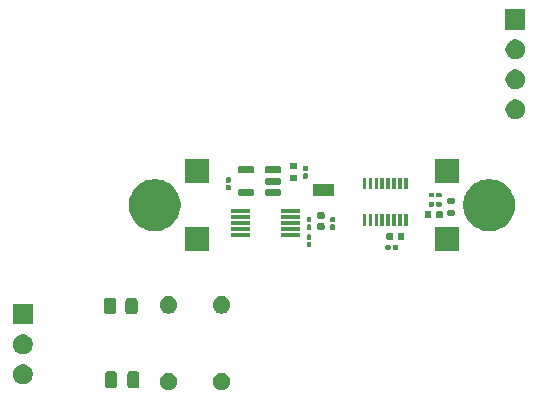
<source format=gbr>
%TF.GenerationSoftware,KiCad,Pcbnew,9.0.1*%
%TF.CreationDate,2025-06-23T13:00:01-04:00*%
%TF.ProjectId,Colossus_TI_rev_B,436f6c6f-7373-4757-935f-54495f726576,rev?*%
%TF.SameCoordinates,Original*%
%TF.FileFunction,Soldermask,Top*%
%TF.FilePolarity,Negative*%
%FSLAX46Y46*%
G04 Gerber Fmt 4.6, Leading zero omitted, Abs format (unit mm)*
G04 Created by KiCad (PCBNEW 9.0.1) date 2025-06-23 13:00:01*
%MOMM*%
%LPD*%
G01*
G04 APERTURE LIST*
G04 APERTURE END LIST*
G36*
X85618873Y-81353470D02*
G01*
X85755432Y-81410034D01*
X85878331Y-81492153D01*
X85982848Y-81596670D01*
X86064967Y-81719569D01*
X86121531Y-81856128D01*
X86150367Y-82001097D01*
X86150367Y-82148907D01*
X86121531Y-82293876D01*
X86064967Y-82430435D01*
X85982848Y-82553334D01*
X85878331Y-82657851D01*
X85755432Y-82739970D01*
X85618873Y-82796534D01*
X85473904Y-82825370D01*
X85326094Y-82825370D01*
X85181125Y-82796534D01*
X85044566Y-82739970D01*
X84921667Y-82657851D01*
X84817150Y-82553334D01*
X84735031Y-82430435D01*
X84678467Y-82293876D01*
X84649631Y-82148907D01*
X84649631Y-82001097D01*
X84678467Y-81856128D01*
X84735031Y-81719569D01*
X84817150Y-81596670D01*
X84921667Y-81492153D01*
X85044566Y-81410034D01*
X85181125Y-81353470D01*
X85326094Y-81324634D01*
X85473904Y-81324634D01*
X85618873Y-81353470D01*
G37*
G36*
X90118874Y-81353470D02*
G01*
X90255433Y-81410034D01*
X90378332Y-81492153D01*
X90482849Y-81596670D01*
X90564968Y-81719569D01*
X90621532Y-81856128D01*
X90650368Y-82001097D01*
X90650368Y-82148907D01*
X90621532Y-82293876D01*
X90564968Y-82430435D01*
X90482849Y-82553334D01*
X90378332Y-82657851D01*
X90255433Y-82739970D01*
X90118874Y-82796534D01*
X89973905Y-82825370D01*
X89826095Y-82825370D01*
X89681126Y-82796534D01*
X89544567Y-82739970D01*
X89421668Y-82657851D01*
X89317151Y-82553334D01*
X89235032Y-82430435D01*
X89178468Y-82293876D01*
X89149632Y-82148907D01*
X89149632Y-82001097D01*
X89178468Y-81856128D01*
X89235032Y-81719569D01*
X89317151Y-81596670D01*
X89421668Y-81492153D01*
X89544567Y-81410034D01*
X89681126Y-81353470D01*
X89826095Y-81324634D01*
X89973905Y-81324634D01*
X90118874Y-81353470D01*
G37*
G36*
X80779850Y-81200964D02*
G01*
X80830040Y-81206787D01*
X80847189Y-81214359D01*
X80870671Y-81219030D01*
X80895810Y-81235827D01*
X80915696Y-81244608D01*
X80929277Y-81258189D01*
X80951777Y-81273223D01*
X80966810Y-81295722D01*
X80980391Y-81309303D01*
X80989170Y-81329186D01*
X81005970Y-81354329D01*
X81010641Y-81377812D01*
X81018212Y-81394959D01*
X81024033Y-81445139D01*
X81025000Y-81450000D01*
X81025000Y-82400000D01*
X81024032Y-82404863D01*
X81018212Y-82455040D01*
X81010641Y-82472185D01*
X81005970Y-82495671D01*
X80989169Y-82520815D01*
X80980391Y-82540696D01*
X80966812Y-82554274D01*
X80951777Y-82576777D01*
X80929274Y-82591812D01*
X80915696Y-82605391D01*
X80895815Y-82614169D01*
X80870671Y-82630970D01*
X80847185Y-82635641D01*
X80830040Y-82643212D01*
X80779861Y-82649032D01*
X80775000Y-82650000D01*
X80275000Y-82650000D01*
X80270138Y-82649032D01*
X80219959Y-82643212D01*
X80202812Y-82635641D01*
X80179329Y-82630970D01*
X80154186Y-82614170D01*
X80134303Y-82605391D01*
X80120722Y-82591810D01*
X80098223Y-82576777D01*
X80083189Y-82554277D01*
X80069608Y-82540696D01*
X80060827Y-82520810D01*
X80044030Y-82495671D01*
X80039359Y-82472189D01*
X80031787Y-82455040D01*
X80025964Y-82404849D01*
X80025000Y-82400000D01*
X80025000Y-81450000D01*
X80025964Y-81445150D01*
X80031787Y-81394959D01*
X80039359Y-81377808D01*
X80044030Y-81354329D01*
X80060826Y-81329191D01*
X80069608Y-81309303D01*
X80083191Y-81295719D01*
X80098223Y-81273223D01*
X80120719Y-81258191D01*
X80134303Y-81244608D01*
X80154191Y-81235826D01*
X80179329Y-81219030D01*
X80202808Y-81214359D01*
X80219959Y-81206787D01*
X80270151Y-81200964D01*
X80275000Y-81200000D01*
X80775000Y-81200000D01*
X80779850Y-81200964D01*
G37*
G36*
X82679850Y-81200964D02*
G01*
X82730040Y-81206787D01*
X82747189Y-81214359D01*
X82770671Y-81219030D01*
X82795810Y-81235827D01*
X82815696Y-81244608D01*
X82829277Y-81258189D01*
X82851777Y-81273223D01*
X82866810Y-81295722D01*
X82880391Y-81309303D01*
X82889170Y-81329186D01*
X82905970Y-81354329D01*
X82910641Y-81377812D01*
X82918212Y-81394959D01*
X82924033Y-81445139D01*
X82925000Y-81450000D01*
X82925000Y-82400000D01*
X82924032Y-82404863D01*
X82918212Y-82455040D01*
X82910641Y-82472185D01*
X82905970Y-82495671D01*
X82889169Y-82520815D01*
X82880391Y-82540696D01*
X82866812Y-82554274D01*
X82851777Y-82576777D01*
X82829274Y-82591812D01*
X82815696Y-82605391D01*
X82795815Y-82614169D01*
X82770671Y-82630970D01*
X82747185Y-82635641D01*
X82730040Y-82643212D01*
X82679861Y-82649032D01*
X82675000Y-82650000D01*
X82175000Y-82650000D01*
X82170138Y-82649032D01*
X82119959Y-82643212D01*
X82102812Y-82635641D01*
X82079329Y-82630970D01*
X82054186Y-82614170D01*
X82034303Y-82605391D01*
X82020722Y-82591810D01*
X81998223Y-82576777D01*
X81983189Y-82554277D01*
X81969608Y-82540696D01*
X81960827Y-82520810D01*
X81944030Y-82495671D01*
X81939359Y-82472189D01*
X81931787Y-82455040D01*
X81925964Y-82404849D01*
X81925000Y-82400000D01*
X81925000Y-81450000D01*
X81925964Y-81445150D01*
X81931787Y-81394959D01*
X81939359Y-81377808D01*
X81944030Y-81354329D01*
X81960826Y-81329191D01*
X81969608Y-81309303D01*
X81983191Y-81295719D01*
X81998223Y-81273223D01*
X82020719Y-81258191D01*
X82034303Y-81244608D01*
X82054191Y-81235826D01*
X82079329Y-81219030D01*
X82102808Y-81214359D01*
X82119959Y-81206787D01*
X82170151Y-81200964D01*
X82175000Y-81200000D01*
X82675000Y-81200000D01*
X82679850Y-81200964D01*
G37*
G36*
X73321742Y-80651601D02*
G01*
X73475687Y-80715367D01*
X73614234Y-80807941D01*
X73732059Y-80925766D01*
X73824633Y-81064313D01*
X73888399Y-81218258D01*
X73920907Y-81381685D01*
X73920907Y-81548315D01*
X73888399Y-81711742D01*
X73824633Y-81865687D01*
X73732059Y-82004234D01*
X73614234Y-82122059D01*
X73475687Y-82214633D01*
X73321742Y-82278399D01*
X73158315Y-82310907D01*
X72991685Y-82310907D01*
X72828258Y-82278399D01*
X72674313Y-82214633D01*
X72535766Y-82122059D01*
X72417941Y-82004234D01*
X72325367Y-81865687D01*
X72261601Y-81711742D01*
X72229093Y-81548315D01*
X72229093Y-81381685D01*
X72261601Y-81218258D01*
X72325367Y-81064313D01*
X72417941Y-80925766D01*
X72535766Y-80807941D01*
X72674313Y-80715367D01*
X72828258Y-80651601D01*
X72991685Y-80619093D01*
X73158315Y-80619093D01*
X73321742Y-80651601D01*
G37*
G36*
X73321742Y-78111601D02*
G01*
X73475687Y-78175367D01*
X73614234Y-78267941D01*
X73732059Y-78385766D01*
X73824633Y-78524313D01*
X73888399Y-78678258D01*
X73920907Y-78841685D01*
X73920907Y-79008315D01*
X73888399Y-79171742D01*
X73824633Y-79325687D01*
X73732059Y-79464234D01*
X73614234Y-79582059D01*
X73475687Y-79674633D01*
X73321742Y-79738399D01*
X73158315Y-79770907D01*
X72991685Y-79770907D01*
X72828258Y-79738399D01*
X72674313Y-79674633D01*
X72535766Y-79582059D01*
X72417941Y-79464234D01*
X72325367Y-79325687D01*
X72261601Y-79171742D01*
X72229093Y-79008315D01*
X72229093Y-78841685D01*
X72261601Y-78678258D01*
X72325367Y-78524313D01*
X72417941Y-78385766D01*
X72535766Y-78267941D01*
X72674313Y-78175367D01*
X72828258Y-78111601D01*
X72991685Y-78079093D01*
X73158315Y-78079093D01*
X73321742Y-78111601D01*
G37*
G36*
X73925000Y-77235000D02*
G01*
X72225000Y-77235000D01*
X72225000Y-75535000D01*
X73925000Y-75535000D01*
X73925000Y-77235000D01*
G37*
G36*
X80717350Y-74975964D02*
G01*
X80767540Y-74981787D01*
X80784689Y-74989359D01*
X80808171Y-74994030D01*
X80833310Y-75010827D01*
X80853196Y-75019608D01*
X80866777Y-75033189D01*
X80889277Y-75048223D01*
X80904310Y-75070722D01*
X80917891Y-75084303D01*
X80926670Y-75104186D01*
X80943470Y-75129329D01*
X80948141Y-75152812D01*
X80955712Y-75169959D01*
X80961533Y-75220139D01*
X80962500Y-75225000D01*
X80962500Y-76125000D01*
X80961532Y-76129863D01*
X80955712Y-76180040D01*
X80948141Y-76197185D01*
X80943470Y-76220671D01*
X80926669Y-76245815D01*
X80917891Y-76265696D01*
X80904312Y-76279274D01*
X80889277Y-76301777D01*
X80866774Y-76316812D01*
X80853196Y-76330391D01*
X80833315Y-76339169D01*
X80808171Y-76355970D01*
X80784685Y-76360641D01*
X80767540Y-76368212D01*
X80717361Y-76374032D01*
X80712500Y-76375000D01*
X80187500Y-76375000D01*
X80182638Y-76374032D01*
X80132459Y-76368212D01*
X80115312Y-76360641D01*
X80091829Y-76355970D01*
X80066686Y-76339170D01*
X80046803Y-76330391D01*
X80033222Y-76316810D01*
X80010723Y-76301777D01*
X79995689Y-76279277D01*
X79982108Y-76265696D01*
X79973327Y-76245810D01*
X79956530Y-76220671D01*
X79951859Y-76197189D01*
X79944287Y-76180040D01*
X79938464Y-76129849D01*
X79937500Y-76125000D01*
X79937500Y-75225000D01*
X79938464Y-75220150D01*
X79944287Y-75169959D01*
X79951859Y-75152808D01*
X79956530Y-75129329D01*
X79973326Y-75104191D01*
X79982108Y-75084303D01*
X79995691Y-75070719D01*
X80010723Y-75048223D01*
X80033219Y-75033191D01*
X80046803Y-75019608D01*
X80066691Y-75010826D01*
X80091829Y-74994030D01*
X80115308Y-74989359D01*
X80132459Y-74981787D01*
X80182651Y-74975964D01*
X80187500Y-74975000D01*
X80712500Y-74975000D01*
X80717350Y-74975964D01*
G37*
G36*
X82542350Y-74975964D02*
G01*
X82592540Y-74981787D01*
X82609689Y-74989359D01*
X82633171Y-74994030D01*
X82658310Y-75010827D01*
X82678196Y-75019608D01*
X82691777Y-75033189D01*
X82714277Y-75048223D01*
X82729310Y-75070722D01*
X82742891Y-75084303D01*
X82751670Y-75104186D01*
X82768470Y-75129329D01*
X82773141Y-75152812D01*
X82780712Y-75169959D01*
X82786533Y-75220139D01*
X82787500Y-75225000D01*
X82787500Y-76125000D01*
X82786532Y-76129863D01*
X82780712Y-76180040D01*
X82773141Y-76197185D01*
X82768470Y-76220671D01*
X82751669Y-76245815D01*
X82742891Y-76265696D01*
X82729312Y-76279274D01*
X82714277Y-76301777D01*
X82691774Y-76316812D01*
X82678196Y-76330391D01*
X82658315Y-76339169D01*
X82633171Y-76355970D01*
X82609685Y-76360641D01*
X82592540Y-76368212D01*
X82542361Y-76374032D01*
X82537500Y-76375000D01*
X82012500Y-76375000D01*
X82007638Y-76374032D01*
X81957459Y-76368212D01*
X81940312Y-76360641D01*
X81916829Y-76355970D01*
X81891686Y-76339170D01*
X81871803Y-76330391D01*
X81858222Y-76316810D01*
X81835723Y-76301777D01*
X81820689Y-76279277D01*
X81807108Y-76265696D01*
X81798327Y-76245810D01*
X81781530Y-76220671D01*
X81776859Y-76197189D01*
X81769287Y-76180040D01*
X81763464Y-76129849D01*
X81762500Y-76125000D01*
X81762500Y-75225000D01*
X81763464Y-75220150D01*
X81769287Y-75169959D01*
X81776859Y-75152808D01*
X81781530Y-75129329D01*
X81798326Y-75104191D01*
X81807108Y-75084303D01*
X81820691Y-75070719D01*
X81835723Y-75048223D01*
X81858219Y-75033191D01*
X81871803Y-75019608D01*
X81891691Y-75010826D01*
X81916829Y-74994030D01*
X81940308Y-74989359D01*
X81957459Y-74981787D01*
X82007651Y-74975964D01*
X82012500Y-74975000D01*
X82537500Y-74975000D01*
X82542350Y-74975964D01*
G37*
G36*
X85618873Y-74853468D02*
G01*
X85755432Y-74910032D01*
X85878331Y-74992151D01*
X85982848Y-75096668D01*
X86064967Y-75219567D01*
X86121531Y-75356126D01*
X86150367Y-75501095D01*
X86150367Y-75648905D01*
X86121531Y-75793874D01*
X86064967Y-75930433D01*
X85982848Y-76053332D01*
X85878331Y-76157849D01*
X85755432Y-76239968D01*
X85618873Y-76296532D01*
X85473904Y-76325368D01*
X85326094Y-76325368D01*
X85181125Y-76296532D01*
X85044566Y-76239968D01*
X84921667Y-76157849D01*
X84817150Y-76053332D01*
X84735031Y-75930433D01*
X84678467Y-75793874D01*
X84649631Y-75648905D01*
X84649631Y-75501095D01*
X84678467Y-75356126D01*
X84735031Y-75219567D01*
X84817150Y-75096668D01*
X84921667Y-74992151D01*
X85044566Y-74910032D01*
X85181125Y-74853468D01*
X85326094Y-74824632D01*
X85473904Y-74824632D01*
X85618873Y-74853468D01*
G37*
G36*
X90118874Y-74853468D02*
G01*
X90255433Y-74910032D01*
X90378332Y-74992151D01*
X90482849Y-75096668D01*
X90564968Y-75219567D01*
X90621532Y-75356126D01*
X90650368Y-75501095D01*
X90650368Y-75648905D01*
X90621532Y-75793874D01*
X90564968Y-75930433D01*
X90482849Y-76053332D01*
X90378332Y-76157849D01*
X90255433Y-76239968D01*
X90118874Y-76296532D01*
X89973905Y-76325368D01*
X89826095Y-76325368D01*
X89681126Y-76296532D01*
X89544567Y-76239968D01*
X89421668Y-76157849D01*
X89317151Y-76053332D01*
X89235032Y-75930433D01*
X89178468Y-75793874D01*
X89149632Y-75648905D01*
X89149632Y-75501095D01*
X89178468Y-75356126D01*
X89235032Y-75219567D01*
X89317151Y-75096668D01*
X89421668Y-74992151D01*
X89544567Y-74910032D01*
X89681126Y-74853468D01*
X89826095Y-74824632D01*
X89973905Y-74824632D01*
X90118874Y-74853468D01*
G37*
G36*
X88800000Y-71000000D02*
G01*
X86800000Y-71000000D01*
X86800000Y-69000000D01*
X88800000Y-69000000D01*
X88800000Y-71000000D01*
G37*
G36*
X110000000Y-71000000D02*
G01*
X108000000Y-71000000D01*
X108000000Y-69000000D01*
X110000000Y-69000000D01*
X110000000Y-71000000D01*
G37*
G36*
X104168268Y-70507612D02*
G01*
X104200711Y-70529289D01*
X104222388Y-70561732D01*
X104230000Y-70600000D01*
X104230000Y-70800000D01*
X104222388Y-70838268D01*
X104200711Y-70870711D01*
X104168268Y-70892388D01*
X104130000Y-70900000D01*
X103870000Y-70900000D01*
X103831732Y-70892388D01*
X103799289Y-70870711D01*
X103777612Y-70838268D01*
X103770000Y-70800000D01*
X103770000Y-70600000D01*
X103777612Y-70561732D01*
X103799289Y-70529289D01*
X103831732Y-70507612D01*
X103870000Y-70500000D01*
X104130000Y-70500000D01*
X104168268Y-70507612D01*
G37*
G36*
X104808268Y-70507612D02*
G01*
X104840711Y-70529289D01*
X104862388Y-70561732D01*
X104870000Y-70600000D01*
X104870000Y-70800000D01*
X104862388Y-70838268D01*
X104840711Y-70870711D01*
X104808268Y-70892388D01*
X104770000Y-70900000D01*
X104510000Y-70900000D01*
X104471732Y-70892388D01*
X104439289Y-70870711D01*
X104417612Y-70838268D01*
X104410000Y-70800000D01*
X104410000Y-70600000D01*
X104417612Y-70561732D01*
X104439289Y-70529289D01*
X104471732Y-70507612D01*
X104510000Y-70500000D01*
X104770000Y-70500000D01*
X104808268Y-70507612D01*
G37*
G36*
X97438268Y-70267612D02*
G01*
X97470711Y-70289289D01*
X97492388Y-70321732D01*
X97500000Y-70360000D01*
X97500000Y-70620000D01*
X97492388Y-70658268D01*
X97470711Y-70690711D01*
X97438268Y-70712388D01*
X97400000Y-70720000D01*
X97200000Y-70720000D01*
X97161732Y-70712388D01*
X97129289Y-70690711D01*
X97107612Y-70658268D01*
X97100000Y-70620000D01*
X97100000Y-70360000D01*
X97107612Y-70321732D01*
X97129289Y-70289289D01*
X97161732Y-70267612D01*
X97200000Y-70260000D01*
X97400000Y-70260000D01*
X97438268Y-70267612D01*
G37*
G36*
X104334625Y-69478122D02*
G01*
X104362385Y-69496671D01*
X104380935Y-69509065D01*
X104394565Y-69529465D01*
X104411877Y-69555374D01*
X104419999Y-69596209D01*
X104419999Y-69596210D01*
X104419999Y-69596212D01*
X104420000Y-69963789D01*
X104411877Y-70004625D01*
X104380935Y-70050935D01*
X104337436Y-70079999D01*
X104334625Y-70081877D01*
X104293790Y-70089999D01*
X104293788Y-70089999D01*
X103986211Y-70090000D01*
X103953497Y-70083492D01*
X103945374Y-70081877D01*
X103926825Y-70069483D01*
X103899065Y-70050935D01*
X103886671Y-70032385D01*
X103868122Y-70004625D01*
X103860000Y-69963790D01*
X103860000Y-69596210D01*
X103868122Y-69555374D01*
X103899065Y-69509065D01*
X103945374Y-69478122D01*
X103986209Y-69470000D01*
X104293789Y-69470000D01*
X104334625Y-69478122D01*
G37*
G36*
X105294625Y-69478122D02*
G01*
X105322385Y-69496671D01*
X105340935Y-69509065D01*
X105354565Y-69529465D01*
X105371877Y-69555374D01*
X105379999Y-69596209D01*
X105379999Y-69596210D01*
X105379999Y-69596212D01*
X105380000Y-69963789D01*
X105371877Y-70004625D01*
X105340935Y-70050935D01*
X105297436Y-70079999D01*
X105294625Y-70081877D01*
X105253790Y-70089999D01*
X105253788Y-70089999D01*
X104946211Y-70090000D01*
X104913497Y-70083492D01*
X104905374Y-70081877D01*
X104886825Y-70069483D01*
X104859065Y-70050935D01*
X104846671Y-70032385D01*
X104828122Y-70004625D01*
X104820000Y-69963790D01*
X104820000Y-69596210D01*
X104828122Y-69555374D01*
X104859065Y-69509065D01*
X104905374Y-69478122D01*
X104946209Y-69470000D01*
X105253789Y-69470000D01*
X105294625Y-69478122D01*
G37*
G36*
X97438268Y-69627612D02*
G01*
X97470711Y-69649289D01*
X97492388Y-69681732D01*
X97500000Y-69720000D01*
X97500000Y-69980000D01*
X97492388Y-70018268D01*
X97470711Y-70050711D01*
X97438268Y-70072388D01*
X97400000Y-70080000D01*
X97200000Y-70080000D01*
X97161732Y-70072388D01*
X97129289Y-70050711D01*
X97107612Y-70018268D01*
X97100000Y-69980000D01*
X97100000Y-69720000D01*
X97107612Y-69681732D01*
X97129289Y-69649289D01*
X97161732Y-69627612D01*
X97200000Y-69620000D01*
X97400000Y-69620000D01*
X97438268Y-69627612D01*
G37*
G36*
X92283485Y-69481661D02*
G01*
X92311872Y-69500628D01*
X92330839Y-69529015D01*
X92337500Y-69562500D01*
X92337500Y-69737500D01*
X92330839Y-69770985D01*
X92311872Y-69799372D01*
X92283485Y-69818339D01*
X92250000Y-69825000D01*
X90800000Y-69825000D01*
X90766515Y-69818339D01*
X90738128Y-69799372D01*
X90719161Y-69770985D01*
X90712500Y-69737500D01*
X90712500Y-69562500D01*
X90719161Y-69529015D01*
X90738128Y-69500628D01*
X90766515Y-69481661D01*
X90800000Y-69475000D01*
X92250000Y-69475000D01*
X92283485Y-69481661D01*
G37*
G36*
X96508485Y-69481661D02*
G01*
X96536872Y-69500628D01*
X96555839Y-69529015D01*
X96562500Y-69562500D01*
X96562500Y-69737500D01*
X96555839Y-69770985D01*
X96536872Y-69799372D01*
X96508485Y-69818339D01*
X96475000Y-69825000D01*
X95025000Y-69825000D01*
X94991515Y-69818339D01*
X94963128Y-69799372D01*
X94944161Y-69770985D01*
X94937500Y-69737500D01*
X94937500Y-69562500D01*
X94944161Y-69529015D01*
X94963128Y-69500628D01*
X94991515Y-69481661D01*
X95025000Y-69475000D01*
X96475000Y-69475000D01*
X96508485Y-69481661D01*
G37*
G36*
X92283485Y-68981661D02*
G01*
X92311872Y-69000628D01*
X92330839Y-69029015D01*
X92337500Y-69062500D01*
X92337500Y-69237500D01*
X92330839Y-69270985D01*
X92311872Y-69299372D01*
X92283485Y-69318339D01*
X92250000Y-69325000D01*
X90800000Y-69325000D01*
X90766515Y-69318339D01*
X90738128Y-69299372D01*
X90719161Y-69270985D01*
X90712500Y-69237500D01*
X90712500Y-69062500D01*
X90719161Y-69029015D01*
X90738128Y-69000628D01*
X90766515Y-68981661D01*
X90800000Y-68975000D01*
X92250000Y-68975000D01*
X92283485Y-68981661D01*
G37*
G36*
X96508485Y-68981661D02*
G01*
X96536872Y-69000628D01*
X96555839Y-69029015D01*
X96562500Y-69062500D01*
X96562500Y-69237500D01*
X96555839Y-69270985D01*
X96536872Y-69299372D01*
X96508485Y-69318339D01*
X96475000Y-69325000D01*
X95025000Y-69325000D01*
X94991515Y-69318339D01*
X94963128Y-69299372D01*
X94944161Y-69270985D01*
X94937500Y-69237500D01*
X94937500Y-69062500D01*
X94944161Y-69029015D01*
X94963128Y-69000628D01*
X94991515Y-68981661D01*
X95025000Y-68975000D01*
X96475000Y-68975000D01*
X96508485Y-68981661D01*
G37*
G36*
X84679199Y-64967272D02*
G01*
X84957167Y-65041754D01*
X85223035Y-65151880D01*
X85472255Y-65295767D01*
X85700561Y-65470952D01*
X85904048Y-65674439D01*
X86079233Y-65902745D01*
X86223120Y-66151965D01*
X86333246Y-66417833D01*
X86407728Y-66695801D01*
X86445290Y-66981113D01*
X86445290Y-67268887D01*
X86407728Y-67554199D01*
X86333246Y-67832167D01*
X86223120Y-68098035D01*
X86079233Y-68347255D01*
X85904048Y-68575561D01*
X85700561Y-68779048D01*
X85472255Y-68954233D01*
X85223035Y-69098120D01*
X84957167Y-69208246D01*
X84679199Y-69282728D01*
X84393887Y-69320290D01*
X84106113Y-69320290D01*
X83820801Y-69282728D01*
X83542833Y-69208246D01*
X83276965Y-69098120D01*
X83027745Y-68954233D01*
X82799439Y-68779048D01*
X82595952Y-68575561D01*
X82420767Y-68347255D01*
X82276880Y-68098035D01*
X82166754Y-67832167D01*
X82092272Y-67554199D01*
X82054710Y-67268887D01*
X82054710Y-66981113D01*
X82092272Y-66695801D01*
X82166754Y-66417833D01*
X82276880Y-66151965D01*
X82420767Y-65902745D01*
X82595952Y-65674439D01*
X82799439Y-65470952D01*
X83027745Y-65295767D01*
X83276965Y-65151880D01*
X83542833Y-65041754D01*
X83820801Y-64967272D01*
X84106113Y-64929710D01*
X84393887Y-64929710D01*
X84679199Y-64967272D01*
G37*
G36*
X112979199Y-64967272D02*
G01*
X113257167Y-65041754D01*
X113523035Y-65151880D01*
X113772255Y-65295767D01*
X114000561Y-65470952D01*
X114204048Y-65674439D01*
X114379233Y-65902745D01*
X114523120Y-66151965D01*
X114633246Y-66417833D01*
X114707728Y-66695801D01*
X114745290Y-66981113D01*
X114745290Y-67268887D01*
X114707728Y-67554199D01*
X114633246Y-67832167D01*
X114523120Y-68098035D01*
X114379233Y-68347255D01*
X114204048Y-68575561D01*
X114000561Y-68779048D01*
X113772255Y-68954233D01*
X113523035Y-69098120D01*
X113257167Y-69208246D01*
X112979199Y-69282728D01*
X112693887Y-69320290D01*
X112406113Y-69320290D01*
X112120801Y-69282728D01*
X111842833Y-69208246D01*
X111576965Y-69098120D01*
X111327745Y-68954233D01*
X111099439Y-68779048D01*
X110895952Y-68575561D01*
X110720767Y-68347255D01*
X110576880Y-68098035D01*
X110466754Y-67832167D01*
X110392272Y-67554199D01*
X110354710Y-67268887D01*
X110354710Y-66981113D01*
X110392272Y-66695801D01*
X110466754Y-66417833D01*
X110576880Y-66151965D01*
X110720767Y-65902745D01*
X110895952Y-65674439D01*
X111099439Y-65470952D01*
X111327745Y-65295767D01*
X111576965Y-65151880D01*
X111842833Y-65041754D01*
X112120801Y-64967272D01*
X112406113Y-64929710D01*
X112693887Y-64929710D01*
X112979199Y-64967272D01*
G37*
G36*
X98534625Y-68688122D02*
G01*
X98562385Y-68706671D01*
X98580935Y-68719065D01*
X98589304Y-68731591D01*
X98611877Y-68765374D01*
X98619999Y-68806209D01*
X98619999Y-68806210D01*
X98619999Y-68806212D01*
X98620000Y-69113789D01*
X98611877Y-69154625D01*
X98580935Y-69200935D01*
X98537436Y-69229999D01*
X98534625Y-69231877D01*
X98493790Y-69239999D01*
X98493788Y-69239999D01*
X98126211Y-69240000D01*
X98093497Y-69233492D01*
X98085374Y-69231877D01*
X98066825Y-69219483D01*
X98039065Y-69200935D01*
X98026671Y-69182385D01*
X98008122Y-69154625D01*
X98000000Y-69113790D01*
X98000000Y-68806210D01*
X98008122Y-68765374D01*
X98039065Y-68719065D01*
X98085374Y-68688122D01*
X98126209Y-68680000D01*
X98493789Y-68680000D01*
X98534625Y-68688122D01*
G37*
G36*
X97438268Y-68777612D02*
G01*
X97470711Y-68799289D01*
X97492388Y-68831732D01*
X97500000Y-68870000D01*
X97500000Y-69130000D01*
X97492388Y-69168268D01*
X97470711Y-69200711D01*
X97438268Y-69222388D01*
X97400000Y-69230000D01*
X97200000Y-69230000D01*
X97161732Y-69222388D01*
X97129289Y-69200711D01*
X97107612Y-69168268D01*
X97100000Y-69130000D01*
X97100000Y-68870000D01*
X97107612Y-68831732D01*
X97129289Y-68799289D01*
X97161732Y-68777612D01*
X97200000Y-68770000D01*
X97400000Y-68770000D01*
X97438268Y-68777612D01*
G37*
G36*
X99438268Y-68777612D02*
G01*
X99470711Y-68799289D01*
X99492388Y-68831732D01*
X99500000Y-68870000D01*
X99500000Y-69130000D01*
X99492388Y-69168268D01*
X99470711Y-69200711D01*
X99438268Y-69222388D01*
X99400000Y-69230000D01*
X99200000Y-69230000D01*
X99161732Y-69222388D01*
X99129289Y-69200711D01*
X99107612Y-69168268D01*
X99100000Y-69130000D01*
X99100000Y-68870000D01*
X99107612Y-68831732D01*
X99129289Y-68799289D01*
X99161732Y-68777612D01*
X99200000Y-68770000D01*
X99400000Y-68770000D01*
X99438268Y-68777612D01*
G37*
G36*
X102152022Y-68887350D02*
G01*
X101847222Y-68887350D01*
X101847222Y-67909450D01*
X102152022Y-67909450D01*
X102152022Y-68887350D01*
G37*
G36*
X102652148Y-68887350D02*
G01*
X102347348Y-68887350D01*
X102347348Y-67909450D01*
X102652148Y-67909450D01*
X102652148Y-68887350D01*
G37*
G36*
X103152274Y-68887350D02*
G01*
X102847474Y-68887350D01*
X102847474Y-67909450D01*
X103152274Y-67909450D01*
X103152274Y-68887350D01*
G37*
G36*
X103652400Y-68887350D02*
G01*
X103347600Y-68887350D01*
X103347600Y-67909450D01*
X103652400Y-67909450D01*
X103652400Y-68887350D01*
G37*
G36*
X104152526Y-68887350D02*
G01*
X103847726Y-68887350D01*
X103847726Y-67909450D01*
X104152526Y-67909450D01*
X104152526Y-68887350D01*
G37*
G36*
X104652652Y-68887350D02*
G01*
X104347852Y-68887350D01*
X104347852Y-67909450D01*
X104652652Y-67909450D01*
X104652652Y-68887350D01*
G37*
G36*
X105152778Y-68887350D02*
G01*
X104847978Y-68887350D01*
X104847978Y-67909450D01*
X105152778Y-67909450D01*
X105152778Y-68887350D01*
G37*
G36*
X105652904Y-68887350D02*
G01*
X105348104Y-68887350D01*
X105348104Y-67909450D01*
X105652904Y-67909450D01*
X105652904Y-68887350D01*
G37*
G36*
X92283485Y-68481661D02*
G01*
X92311872Y-68500628D01*
X92330839Y-68529015D01*
X92337500Y-68562500D01*
X92337500Y-68737500D01*
X92330839Y-68770985D01*
X92311872Y-68799372D01*
X92283485Y-68818339D01*
X92250000Y-68825000D01*
X90800000Y-68825000D01*
X90766515Y-68818339D01*
X90738128Y-68799372D01*
X90719161Y-68770985D01*
X90712500Y-68737500D01*
X90712500Y-68562500D01*
X90719161Y-68529015D01*
X90738128Y-68500628D01*
X90766515Y-68481661D01*
X90800000Y-68475000D01*
X92250000Y-68475000D01*
X92283485Y-68481661D01*
G37*
G36*
X96508485Y-68481661D02*
G01*
X96536872Y-68500628D01*
X96555839Y-68529015D01*
X96562500Y-68562500D01*
X96562500Y-68737500D01*
X96555839Y-68770985D01*
X96536872Y-68799372D01*
X96508485Y-68818339D01*
X96475000Y-68825000D01*
X95025000Y-68825000D01*
X94991515Y-68818339D01*
X94963128Y-68799372D01*
X94944161Y-68770985D01*
X94937500Y-68737500D01*
X94937500Y-68562500D01*
X94944161Y-68529015D01*
X94963128Y-68500628D01*
X94991515Y-68481661D01*
X95025000Y-68475000D01*
X96475000Y-68475000D01*
X96508485Y-68481661D01*
G37*
G36*
X97438268Y-68137612D02*
G01*
X97470711Y-68159289D01*
X97492388Y-68191732D01*
X97500000Y-68230000D01*
X97500000Y-68490000D01*
X97492388Y-68528268D01*
X97470711Y-68560711D01*
X97438268Y-68582388D01*
X97400000Y-68590000D01*
X97200000Y-68590000D01*
X97161732Y-68582388D01*
X97129289Y-68560711D01*
X97107612Y-68528268D01*
X97100000Y-68490000D01*
X97100000Y-68230000D01*
X97107612Y-68191732D01*
X97129289Y-68159289D01*
X97161732Y-68137612D01*
X97200000Y-68130000D01*
X97400000Y-68130000D01*
X97438268Y-68137612D01*
G37*
G36*
X99438268Y-68137612D02*
G01*
X99470711Y-68159289D01*
X99492388Y-68191732D01*
X99500000Y-68230000D01*
X99500000Y-68490000D01*
X99492388Y-68528268D01*
X99470711Y-68560711D01*
X99438268Y-68582388D01*
X99400000Y-68590000D01*
X99200000Y-68590000D01*
X99161732Y-68582388D01*
X99129289Y-68560711D01*
X99107612Y-68528268D01*
X99100000Y-68490000D01*
X99100000Y-68230000D01*
X99107612Y-68191732D01*
X99129289Y-68159289D01*
X99161732Y-68137612D01*
X99200000Y-68130000D01*
X99400000Y-68130000D01*
X99438268Y-68137612D01*
G37*
G36*
X92283485Y-67981661D02*
G01*
X92311872Y-68000628D01*
X92330839Y-68029015D01*
X92337500Y-68062500D01*
X92337500Y-68237500D01*
X92330839Y-68270985D01*
X92311872Y-68299372D01*
X92283485Y-68318339D01*
X92250000Y-68325000D01*
X90800000Y-68325000D01*
X90766515Y-68318339D01*
X90738128Y-68299372D01*
X90719161Y-68270985D01*
X90712500Y-68237500D01*
X90712500Y-68062500D01*
X90719161Y-68029015D01*
X90738128Y-68000628D01*
X90766515Y-67981661D01*
X90800000Y-67975000D01*
X92250000Y-67975000D01*
X92283485Y-67981661D01*
G37*
G36*
X96508485Y-67981661D02*
G01*
X96536872Y-68000628D01*
X96555839Y-68029015D01*
X96562500Y-68062500D01*
X96562500Y-68237500D01*
X96555839Y-68270985D01*
X96536872Y-68299372D01*
X96508485Y-68318339D01*
X96475000Y-68325000D01*
X95025000Y-68325000D01*
X94991515Y-68318339D01*
X94963128Y-68299372D01*
X94944161Y-68270985D01*
X94937500Y-68237500D01*
X94937500Y-68062500D01*
X94944161Y-68029015D01*
X94963128Y-68000628D01*
X94991515Y-67981661D01*
X95025000Y-67975000D01*
X96475000Y-67975000D01*
X96508485Y-67981661D01*
G37*
G36*
X98534625Y-67728122D02*
G01*
X98562385Y-67746671D01*
X98580935Y-67759065D01*
X98588899Y-67770985D01*
X98611877Y-67805374D01*
X98619999Y-67846209D01*
X98619999Y-67846210D01*
X98619999Y-67846212D01*
X98620000Y-68153789D01*
X98611877Y-68194625D01*
X98580935Y-68240935D01*
X98536635Y-68270534D01*
X98534625Y-68271877D01*
X98493790Y-68279999D01*
X98493788Y-68279999D01*
X98126211Y-68280000D01*
X98093497Y-68273492D01*
X98085374Y-68271877D01*
X98066825Y-68259483D01*
X98039065Y-68240935D01*
X98026331Y-68221877D01*
X98008122Y-68194625D01*
X98000000Y-68153790D01*
X98000000Y-67846210D01*
X98008122Y-67805374D01*
X98039065Y-67759065D01*
X98085374Y-67728122D01*
X98126209Y-67720000D01*
X98493789Y-67720000D01*
X98534625Y-67728122D01*
G37*
G36*
X107584625Y-67618122D02*
G01*
X107612385Y-67636671D01*
X107630935Y-67649065D01*
X107649483Y-67676825D01*
X107661877Y-67695374D01*
X107669999Y-67736209D01*
X107669999Y-67736210D01*
X107669999Y-67736212D01*
X107670000Y-68103789D01*
X107661877Y-68144625D01*
X107630935Y-68190935D01*
X107584625Y-68221877D01*
X107543790Y-68229999D01*
X107543788Y-68229999D01*
X107236211Y-68230000D01*
X107203497Y-68223492D01*
X107195374Y-68221877D01*
X107176825Y-68209483D01*
X107149065Y-68190935D01*
X107128476Y-68160120D01*
X107118122Y-68144625D01*
X107110000Y-68103790D01*
X107110000Y-67736210D01*
X107118122Y-67695374D01*
X107149065Y-67649065D01*
X107195374Y-67618122D01*
X107236209Y-67610000D01*
X107543789Y-67610000D01*
X107584625Y-67618122D01*
G37*
G36*
X108544625Y-67618122D02*
G01*
X108572385Y-67636671D01*
X108590935Y-67649065D01*
X108609483Y-67676825D01*
X108621877Y-67695374D01*
X108629999Y-67736209D01*
X108629999Y-67736210D01*
X108629999Y-67736212D01*
X108630000Y-68103789D01*
X108621877Y-68144625D01*
X108590935Y-68190935D01*
X108544625Y-68221877D01*
X108503790Y-68229999D01*
X108503788Y-68229999D01*
X108196211Y-68230000D01*
X108163497Y-68223492D01*
X108155374Y-68221877D01*
X108136825Y-68209483D01*
X108109065Y-68190935D01*
X108088476Y-68160120D01*
X108078122Y-68144625D01*
X108070000Y-68103790D01*
X108070000Y-67736210D01*
X108078122Y-67695374D01*
X108109065Y-67649065D01*
X108155374Y-67618122D01*
X108196209Y-67610000D01*
X108503789Y-67610000D01*
X108544625Y-67618122D01*
G37*
G36*
X109556662Y-67520276D02*
G01*
X109600459Y-67549541D01*
X109629724Y-67593338D01*
X109640000Y-67645000D01*
X109640000Y-67915000D01*
X109629724Y-67966662D01*
X109600459Y-68010459D01*
X109556662Y-68039724D01*
X109505000Y-68050000D01*
X109135000Y-68050000D01*
X109083338Y-68039724D01*
X109039541Y-68010459D01*
X109010276Y-67966662D01*
X109000000Y-67915000D01*
X109000000Y-67645000D01*
X109010276Y-67593338D01*
X109039541Y-67549541D01*
X109083338Y-67520276D01*
X109135000Y-67510000D01*
X109505000Y-67510000D01*
X109556662Y-67520276D01*
G37*
G36*
X92283485Y-67481661D02*
G01*
X92311872Y-67500628D01*
X92330839Y-67529015D01*
X92337500Y-67562500D01*
X92337500Y-67737500D01*
X92330839Y-67770985D01*
X92311872Y-67799372D01*
X92283485Y-67818339D01*
X92250000Y-67825000D01*
X90800000Y-67825000D01*
X90766515Y-67818339D01*
X90738128Y-67799372D01*
X90719161Y-67770985D01*
X90712500Y-67737500D01*
X90712500Y-67562500D01*
X90719161Y-67529015D01*
X90738128Y-67500628D01*
X90766515Y-67481661D01*
X90800000Y-67475000D01*
X92250000Y-67475000D01*
X92283485Y-67481661D01*
G37*
G36*
X96508485Y-67481661D02*
G01*
X96536872Y-67500628D01*
X96555839Y-67529015D01*
X96562500Y-67562500D01*
X96562500Y-67737500D01*
X96555839Y-67770985D01*
X96536872Y-67799372D01*
X96508485Y-67818339D01*
X96475000Y-67825000D01*
X95025000Y-67825000D01*
X94991515Y-67818339D01*
X94963128Y-67799372D01*
X94944161Y-67770985D01*
X94937500Y-67737500D01*
X94937500Y-67562500D01*
X94944161Y-67529015D01*
X94963128Y-67500628D01*
X94991515Y-67481661D01*
X95025000Y-67475000D01*
X96475000Y-67475000D01*
X96508485Y-67481661D01*
G37*
G36*
X107818268Y-66857612D02*
G01*
X107850711Y-66879289D01*
X107872388Y-66911732D01*
X107880000Y-66950000D01*
X107880000Y-67150000D01*
X107872388Y-67188268D01*
X107850711Y-67220711D01*
X107818268Y-67242388D01*
X107780000Y-67250000D01*
X107520000Y-67250000D01*
X107481732Y-67242388D01*
X107449289Y-67220711D01*
X107427612Y-67188268D01*
X107420000Y-67150000D01*
X107420000Y-66950000D01*
X107427612Y-66911732D01*
X107449289Y-66879289D01*
X107481732Y-66857612D01*
X107520000Y-66850000D01*
X107780000Y-66850000D01*
X107818268Y-66857612D01*
G37*
G36*
X108458268Y-66857612D02*
G01*
X108490711Y-66879289D01*
X108512388Y-66911732D01*
X108520000Y-66950000D01*
X108520000Y-67150000D01*
X108512388Y-67188268D01*
X108490711Y-67220711D01*
X108458268Y-67242388D01*
X108420000Y-67250000D01*
X108160000Y-67250000D01*
X108121732Y-67242388D01*
X108089289Y-67220711D01*
X108067612Y-67188268D01*
X108060000Y-67150000D01*
X108060000Y-66950000D01*
X108067612Y-66911732D01*
X108089289Y-66879289D01*
X108121732Y-66857612D01*
X108160000Y-66850000D01*
X108420000Y-66850000D01*
X108458268Y-66857612D01*
G37*
G36*
X109556662Y-66500276D02*
G01*
X109600459Y-66529541D01*
X109629724Y-66573338D01*
X109640000Y-66625000D01*
X109640000Y-66895000D01*
X109629724Y-66946662D01*
X109600459Y-66990459D01*
X109556662Y-67019724D01*
X109505000Y-67030000D01*
X109135000Y-67030000D01*
X109083338Y-67019724D01*
X109039541Y-66990459D01*
X109010276Y-66946662D01*
X109000000Y-66895000D01*
X109000000Y-66625000D01*
X109010276Y-66573338D01*
X109039541Y-66529541D01*
X109083338Y-66500276D01*
X109135000Y-66490000D01*
X109505000Y-66490000D01*
X109556662Y-66500276D01*
G37*
G36*
X107818268Y-66082612D02*
G01*
X107850711Y-66104289D01*
X107872388Y-66136732D01*
X107880000Y-66175000D01*
X107880000Y-66375000D01*
X107872388Y-66413268D01*
X107850711Y-66445711D01*
X107818268Y-66467388D01*
X107780000Y-66475000D01*
X107520000Y-66475000D01*
X107481732Y-66467388D01*
X107449289Y-66445711D01*
X107427612Y-66413268D01*
X107420000Y-66375000D01*
X107420000Y-66175000D01*
X107427612Y-66136732D01*
X107449289Y-66104289D01*
X107481732Y-66082612D01*
X107520000Y-66075000D01*
X107780000Y-66075000D01*
X107818268Y-66082612D01*
G37*
G36*
X108458268Y-66082612D02*
G01*
X108490711Y-66104289D01*
X108512388Y-66136732D01*
X108520000Y-66175000D01*
X108520000Y-66375000D01*
X108512388Y-66413268D01*
X108490711Y-66445711D01*
X108458268Y-66467388D01*
X108420000Y-66475000D01*
X108160000Y-66475000D01*
X108121732Y-66467388D01*
X108089289Y-66445711D01*
X108067612Y-66413268D01*
X108060000Y-66375000D01*
X108060000Y-66175000D01*
X108067612Y-66136732D01*
X108089289Y-66104289D01*
X108121732Y-66082612D01*
X108160000Y-66075000D01*
X108420000Y-66075000D01*
X108458268Y-66082612D01*
G37*
G36*
X98522071Y-65347929D02*
G01*
X98524542Y-65353895D01*
X98528066Y-65355355D01*
X98551934Y-65355355D01*
X98555457Y-65353895D01*
X98557929Y-65347929D01*
X98565000Y-65345000D01*
X99435000Y-65345000D01*
X99442071Y-65347929D01*
X99445000Y-65355000D01*
X99445000Y-65645000D01*
X99442071Y-65652071D01*
X99436103Y-65654543D01*
X99432573Y-65663065D01*
X99432573Y-65686935D01*
X99436103Y-65695456D01*
X99442071Y-65697929D01*
X99445000Y-65705000D01*
X99445000Y-65995000D01*
X99442071Y-66002071D01*
X99436103Y-66004543D01*
X99432573Y-66013065D01*
X99432573Y-66036935D01*
X99436103Y-66045456D01*
X99442071Y-66047929D01*
X99445000Y-66055000D01*
X99445000Y-66345000D01*
X99442071Y-66352071D01*
X99435000Y-66355000D01*
X99423066Y-66355000D01*
X98576935Y-66355000D01*
X98565000Y-66355000D01*
X98557929Y-66352071D01*
X98555456Y-66346102D01*
X98551935Y-66344644D01*
X98528065Y-66344644D01*
X98524543Y-66346102D01*
X98522071Y-66352071D01*
X98515000Y-66355000D01*
X98503065Y-66355000D01*
X97656934Y-66355000D01*
X97645000Y-66355000D01*
X97637929Y-66352071D01*
X97635000Y-66345000D01*
X97635000Y-66055000D01*
X97637929Y-66047929D01*
X97643895Y-66045457D01*
X97647426Y-66036934D01*
X97647426Y-66013066D01*
X97643895Y-66004542D01*
X97637929Y-66002071D01*
X97635000Y-65995000D01*
X97635000Y-65705000D01*
X97637929Y-65697929D01*
X97643895Y-65695457D01*
X97647426Y-65686934D01*
X97647426Y-65663066D01*
X97643895Y-65654542D01*
X97637929Y-65652071D01*
X97635000Y-65645000D01*
X97635000Y-65355000D01*
X97637929Y-65347929D01*
X97645000Y-65345000D01*
X98515000Y-65345000D01*
X98522071Y-65347929D01*
G37*
G36*
X92546028Y-65758702D02*
G01*
X92595644Y-65791855D01*
X92628797Y-65841471D01*
X92637500Y-65885225D01*
X92637500Y-66214774D01*
X92628797Y-66258528D01*
X92595644Y-66308144D01*
X92546028Y-66341297D01*
X92502275Y-66350000D01*
X91447725Y-66350000D01*
X91403971Y-66341297D01*
X91354355Y-66308144D01*
X91321202Y-66258528D01*
X91312500Y-66214774D01*
X91312500Y-65885225D01*
X91321202Y-65841471D01*
X91354355Y-65791855D01*
X91403971Y-65758702D01*
X91447725Y-65750000D01*
X92502275Y-65750000D01*
X92546028Y-65758702D01*
G37*
G36*
X94821028Y-65758702D02*
G01*
X94870644Y-65791855D01*
X94903797Y-65841471D01*
X94912500Y-65885225D01*
X94912500Y-66214774D01*
X94903797Y-66258528D01*
X94870644Y-66308144D01*
X94821028Y-66341297D01*
X94777275Y-66350000D01*
X93722725Y-66350000D01*
X93678971Y-66341297D01*
X93629355Y-66308144D01*
X93596202Y-66258528D01*
X93587500Y-66214774D01*
X93587500Y-65885225D01*
X93596202Y-65841471D01*
X93629355Y-65791855D01*
X93678971Y-65758702D01*
X93722725Y-65750000D01*
X94777275Y-65750000D01*
X94821028Y-65758702D01*
G37*
G36*
X90613268Y-65427612D02*
G01*
X90645711Y-65449289D01*
X90667388Y-65481732D01*
X90675000Y-65520000D01*
X90675000Y-65780000D01*
X90667388Y-65818268D01*
X90645711Y-65850711D01*
X90613268Y-65872388D01*
X90575000Y-65880000D01*
X90375000Y-65880000D01*
X90336732Y-65872388D01*
X90304289Y-65850711D01*
X90282612Y-65818268D01*
X90275000Y-65780000D01*
X90275000Y-65520000D01*
X90282612Y-65481732D01*
X90304289Y-65449289D01*
X90336732Y-65427612D01*
X90375000Y-65420000D01*
X90575000Y-65420000D01*
X90613268Y-65427612D01*
G37*
G36*
X102152022Y-65801250D02*
G01*
X101847222Y-65801250D01*
X101847222Y-64823350D01*
X102152022Y-64823350D01*
X102152022Y-65801250D01*
G37*
G36*
X102652148Y-65801250D02*
G01*
X102347348Y-65801250D01*
X102347348Y-64823350D01*
X102652148Y-64823350D01*
X102652148Y-65801250D01*
G37*
G36*
X103152274Y-65801250D02*
G01*
X102847474Y-65801250D01*
X102847474Y-64823350D01*
X103152274Y-64823350D01*
X103152274Y-65801250D01*
G37*
G36*
X103652400Y-65801250D02*
G01*
X103347600Y-65801250D01*
X103347600Y-64823350D01*
X103652400Y-64823350D01*
X103652400Y-65801250D01*
G37*
G36*
X104152526Y-65801250D02*
G01*
X103847726Y-65801250D01*
X103847726Y-64823350D01*
X104152526Y-64823350D01*
X104152526Y-65801250D01*
G37*
G36*
X104652652Y-65801250D02*
G01*
X104347852Y-65801250D01*
X104347852Y-64823350D01*
X104652652Y-64823350D01*
X104652652Y-65801250D01*
G37*
G36*
X105152778Y-65801250D02*
G01*
X104847978Y-65801250D01*
X104847978Y-64823350D01*
X105152778Y-64823350D01*
X105152778Y-65801250D01*
G37*
G36*
X105652904Y-65801250D02*
G01*
X105348104Y-65801250D01*
X105348104Y-64823350D01*
X105652904Y-64823350D01*
X105652904Y-65801250D01*
G37*
G36*
X94821028Y-64808702D02*
G01*
X94870644Y-64841855D01*
X94903797Y-64891471D01*
X94912500Y-64935225D01*
X94912500Y-65264774D01*
X94903797Y-65308528D01*
X94870644Y-65358144D01*
X94821028Y-65391297D01*
X94777275Y-65400000D01*
X93722725Y-65400000D01*
X93678971Y-65391297D01*
X93629355Y-65358144D01*
X93596202Y-65308528D01*
X93587500Y-65264774D01*
X93587500Y-64935225D01*
X93596202Y-64891471D01*
X93629355Y-64841855D01*
X93678971Y-64808702D01*
X93722725Y-64800000D01*
X94777275Y-64800000D01*
X94821028Y-64808702D01*
G37*
G36*
X88800000Y-65250000D02*
G01*
X86800000Y-65250000D01*
X86800000Y-63250000D01*
X88800000Y-63250000D01*
X88800000Y-65250000D01*
G37*
G36*
X110000000Y-65250000D02*
G01*
X108000000Y-65250000D01*
X108000000Y-63250000D01*
X110000000Y-63250000D01*
X110000000Y-65250000D01*
G37*
G36*
X90613268Y-64787612D02*
G01*
X90645711Y-64809289D01*
X90667388Y-64841732D01*
X90675000Y-64880000D01*
X90675000Y-65140000D01*
X90667388Y-65178268D01*
X90645711Y-65210711D01*
X90613268Y-65232388D01*
X90575000Y-65240000D01*
X90375000Y-65240000D01*
X90336732Y-65232388D01*
X90304289Y-65210711D01*
X90282612Y-65178268D01*
X90275000Y-65140000D01*
X90275000Y-64880000D01*
X90282612Y-64841732D01*
X90304289Y-64809289D01*
X90336732Y-64787612D01*
X90375000Y-64780000D01*
X90575000Y-64780000D01*
X90613268Y-64787612D01*
G37*
G36*
X96237674Y-64592832D02*
G01*
X96264443Y-64610718D01*
X96282330Y-64622670D01*
X96300215Y-64649439D01*
X96312167Y-64667325D01*
X96320000Y-64706703D01*
X96320000Y-64864879D01*
X96320000Y-65003297D01*
X96312167Y-65042674D01*
X96282330Y-65087330D01*
X96237674Y-65117167D01*
X96198297Y-65125000D01*
X95801703Y-65125000D01*
X95762325Y-65117167D01*
X95744439Y-65105215D01*
X95717670Y-65087330D01*
X95705718Y-65069443D01*
X95687832Y-65042674D01*
X95680000Y-65003296D01*
X95680000Y-64706703D01*
X95687832Y-64667325D01*
X95717670Y-64622670D01*
X95762325Y-64592832D01*
X95801703Y-64585000D01*
X96198297Y-64585000D01*
X96237674Y-64592832D01*
G37*
G36*
X97138268Y-64442612D02*
G01*
X97170711Y-64464289D01*
X97192388Y-64496732D01*
X97200000Y-64535000D01*
X97200000Y-64795000D01*
X97192388Y-64833268D01*
X97170711Y-64865711D01*
X97138268Y-64887388D01*
X97100000Y-64895000D01*
X96900000Y-64895000D01*
X96861732Y-64887388D01*
X96829289Y-64865711D01*
X96807612Y-64833268D01*
X96800000Y-64795000D01*
X96800000Y-64535000D01*
X96807612Y-64496732D01*
X96829289Y-64464289D01*
X96861732Y-64442612D01*
X96900000Y-64435000D01*
X97100000Y-64435000D01*
X97138268Y-64442612D01*
G37*
G36*
X92546028Y-63858702D02*
G01*
X92595644Y-63891855D01*
X92628797Y-63941471D01*
X92637500Y-63985225D01*
X92637500Y-64314774D01*
X92628797Y-64358528D01*
X92595644Y-64408144D01*
X92546028Y-64441297D01*
X92502275Y-64450000D01*
X91447725Y-64450000D01*
X91403971Y-64441297D01*
X91354355Y-64408144D01*
X91321202Y-64358528D01*
X91312500Y-64314774D01*
X91312500Y-63985225D01*
X91321202Y-63941471D01*
X91354355Y-63891855D01*
X91403971Y-63858702D01*
X91447725Y-63850000D01*
X92502275Y-63850000D01*
X92546028Y-63858702D01*
G37*
G36*
X94821028Y-63858702D02*
G01*
X94870644Y-63891855D01*
X94903797Y-63941471D01*
X94912500Y-63985225D01*
X94912500Y-64314774D01*
X94903797Y-64358528D01*
X94870644Y-64408144D01*
X94821028Y-64441297D01*
X94777275Y-64450000D01*
X93722725Y-64450000D01*
X93678971Y-64441297D01*
X93629355Y-64408144D01*
X93596202Y-64358528D01*
X93587500Y-64314774D01*
X93587500Y-63985225D01*
X93596202Y-63941471D01*
X93629355Y-63891855D01*
X93678971Y-63858702D01*
X93722725Y-63850000D01*
X94777275Y-63850000D01*
X94821028Y-63858702D01*
G37*
G36*
X97138268Y-63802612D02*
G01*
X97170711Y-63824289D01*
X97192388Y-63856732D01*
X97200000Y-63895000D01*
X97200000Y-64155000D01*
X97192388Y-64193268D01*
X97170711Y-64225711D01*
X97138268Y-64247388D01*
X97100000Y-64255000D01*
X96900000Y-64255000D01*
X96861732Y-64247388D01*
X96829289Y-64225711D01*
X96807612Y-64193268D01*
X96800000Y-64155000D01*
X96800000Y-63895000D01*
X96807612Y-63856732D01*
X96829289Y-63824289D01*
X96861732Y-63802612D01*
X96900000Y-63795000D01*
X97100000Y-63795000D01*
X97138268Y-63802612D01*
G37*
G36*
X96237674Y-63572832D02*
G01*
X96264443Y-63590718D01*
X96282330Y-63602670D01*
X96300215Y-63629439D01*
X96312167Y-63647325D01*
X96320000Y-63686703D01*
X96320000Y-63850000D01*
X96320000Y-63983297D01*
X96312167Y-64022674D01*
X96282330Y-64067330D01*
X96237674Y-64097167D01*
X96198297Y-64105000D01*
X95801703Y-64105000D01*
X95762325Y-64097167D01*
X95744439Y-64085215D01*
X95717670Y-64067330D01*
X95705718Y-64049443D01*
X95687832Y-64022674D01*
X95680000Y-63983296D01*
X95680000Y-63686703D01*
X95687832Y-63647325D01*
X95717670Y-63602670D01*
X95762325Y-63572832D01*
X95801703Y-63565000D01*
X96198297Y-63565000D01*
X96237674Y-63572832D01*
G37*
G36*
X115021742Y-58221601D02*
G01*
X115175687Y-58285367D01*
X115314234Y-58377941D01*
X115432059Y-58495766D01*
X115524633Y-58634313D01*
X115588399Y-58788258D01*
X115620907Y-58951685D01*
X115620907Y-59118315D01*
X115588399Y-59281742D01*
X115524633Y-59435687D01*
X115432059Y-59574234D01*
X115314234Y-59692059D01*
X115175687Y-59784633D01*
X115021742Y-59848399D01*
X114858315Y-59880907D01*
X114691685Y-59880907D01*
X114528258Y-59848399D01*
X114374313Y-59784633D01*
X114235766Y-59692059D01*
X114117941Y-59574234D01*
X114025367Y-59435687D01*
X113961601Y-59281742D01*
X113929093Y-59118315D01*
X113929093Y-58951685D01*
X113961601Y-58788258D01*
X114025367Y-58634313D01*
X114117941Y-58495766D01*
X114235766Y-58377941D01*
X114374313Y-58285367D01*
X114528258Y-58221601D01*
X114691685Y-58189093D01*
X114858315Y-58189093D01*
X115021742Y-58221601D01*
G37*
G36*
X115021742Y-55681601D02*
G01*
X115175687Y-55745367D01*
X115314234Y-55837941D01*
X115432059Y-55955766D01*
X115524633Y-56094313D01*
X115588399Y-56248258D01*
X115620907Y-56411685D01*
X115620907Y-56578315D01*
X115588399Y-56741742D01*
X115524633Y-56895687D01*
X115432059Y-57034234D01*
X115314234Y-57152059D01*
X115175687Y-57244633D01*
X115021742Y-57308399D01*
X114858315Y-57340907D01*
X114691685Y-57340907D01*
X114528258Y-57308399D01*
X114374313Y-57244633D01*
X114235766Y-57152059D01*
X114117941Y-57034234D01*
X114025367Y-56895687D01*
X113961601Y-56741742D01*
X113929093Y-56578315D01*
X113929093Y-56411685D01*
X113961601Y-56248258D01*
X114025367Y-56094313D01*
X114117941Y-55955766D01*
X114235766Y-55837941D01*
X114374313Y-55745367D01*
X114528258Y-55681601D01*
X114691685Y-55649093D01*
X114858315Y-55649093D01*
X115021742Y-55681601D01*
G37*
G36*
X115021742Y-53141601D02*
G01*
X115175687Y-53205367D01*
X115314234Y-53297941D01*
X115432059Y-53415766D01*
X115524633Y-53554313D01*
X115588399Y-53708258D01*
X115620907Y-53871685D01*
X115620907Y-54038315D01*
X115588399Y-54201742D01*
X115524633Y-54355687D01*
X115432059Y-54494234D01*
X115314234Y-54612059D01*
X115175687Y-54704633D01*
X115021742Y-54768399D01*
X114858315Y-54800907D01*
X114691685Y-54800907D01*
X114528258Y-54768399D01*
X114374313Y-54704633D01*
X114235766Y-54612059D01*
X114117941Y-54494234D01*
X114025367Y-54355687D01*
X113961601Y-54201742D01*
X113929093Y-54038315D01*
X113929093Y-53871685D01*
X113961601Y-53708258D01*
X114025367Y-53554313D01*
X114117941Y-53415766D01*
X114235766Y-53297941D01*
X114374313Y-53205367D01*
X114528258Y-53141601D01*
X114691685Y-53109093D01*
X114858315Y-53109093D01*
X115021742Y-53141601D01*
G37*
G36*
X115625000Y-52265000D02*
G01*
X113925000Y-52265000D01*
X113925000Y-50565000D01*
X115625000Y-50565000D01*
X115625000Y-52265000D01*
G37*
M02*

</source>
